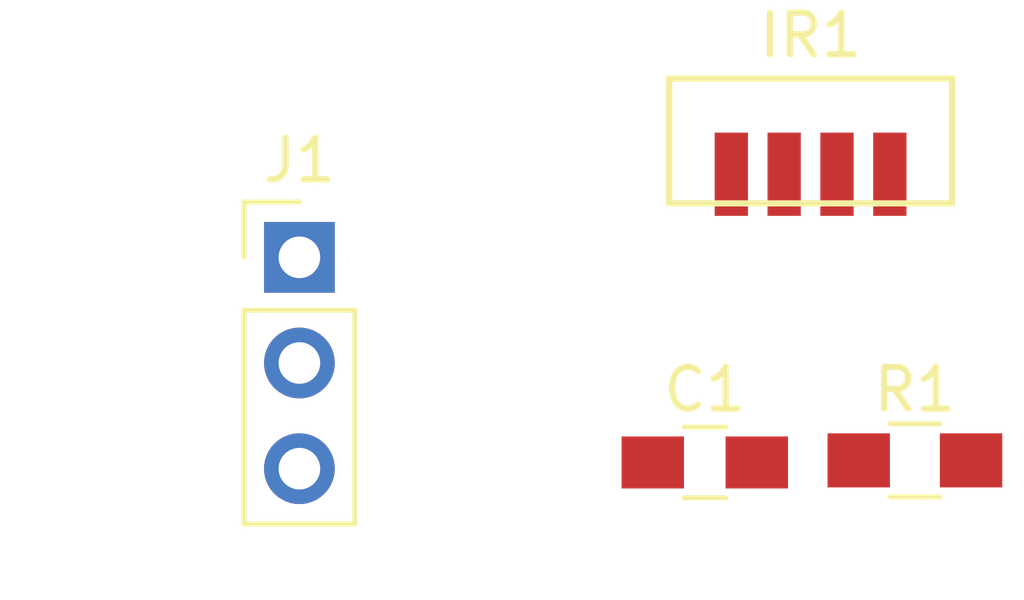
<source format=kicad_pcb>
(kicad_pcb (version 4) (host pcbnew 4.0.6)

  (general
    (links 7)
    (no_connects 7)
    (area 165.608 94.742 190.59562 106.532)
    (thickness 1.6)
    (drawings 0)
    (tracks 0)
    (zones 0)
    (modules 4)
    (nets 5)
  )

  (page A4)
  (layers
    (0 F.Cu signal)
    (31 B.Cu signal)
    (32 B.Adhes user)
    (33 F.Adhes user)
    (34 B.Paste user)
    (35 F.Paste user)
    (36 B.SilkS user)
    (37 F.SilkS user)
    (38 B.Mask user)
    (39 F.Mask user)
    (40 Dwgs.User user)
    (41 Cmts.User user)
    (42 Eco1.User user)
    (43 Eco2.User user)
    (44 Edge.Cuts user)
    (45 Margin user)
    (46 B.CrtYd user)
    (47 F.CrtYd user)
    (48 B.Fab user)
    (49 F.Fab user)
  )

  (setup
    (last_trace_width 0.25)
    (trace_clearance 0.2)
    (zone_clearance 0.508)
    (zone_45_only no)
    (trace_min 0.2)
    (segment_width 0.2)
    (edge_width 0.15)
    (via_size 0.6)
    (via_drill 0.4)
    (via_min_size 0.4)
    (via_min_drill 0.3)
    (uvia_size 0.51)
    (uvia_drill 0.13)
    (uvias_allowed no)
    (uvia_min_size 0.2)
    (uvia_min_drill 0.1)
    (pcb_text_width 0.3)
    (pcb_text_size 1.5 1.5)
    (mod_edge_width 0.15)
    (mod_text_size 1 1)
    (mod_text_width 0.15)
    (pad_size 1.524 1.524)
    (pad_drill 0.762)
    (pad_to_mask_clearance 0.2)
    (aux_axis_origin 0 0)
    (visible_elements FFFFFF7F)
    (pcbplotparams
      (layerselection 0x00030_80000001)
      (usegerberextensions false)
      (excludeedgelayer true)
      (linewidth 0.100000)
      (plotframeref false)
      (viasonmask false)
      (mode 1)
      (useauxorigin false)
      (hpglpennumber 1)
      (hpglpenspeed 20)
      (hpglpendiameter 15)
      (hpglpenoverlay 2)
      (psnegative false)
      (psa4output false)
      (plotreference true)
      (plotvalue true)
      (plotinvisibletext false)
      (padsonsilk false)
      (subtractmaskfromsilk false)
      (outputformat 1)
      (mirror false)
      (drillshape 1)
      (scaleselection 1)
      (outputdirectory ""))
  )

  (net 0 "")
  (net 1 "Net-(C1-Pad1)")
  (net 2 GND)
  (net 3 "Net-(IR1-Pad3)")
  (net 4 "Net-(J1-Pad1)")

  (net_class Default "This is the default net class."
    (clearance 0.2)
    (trace_width 0.25)
    (via_dia 0.6)
    (via_drill 0.4)
    (uvia_dia 0.51)
    (uvia_drill 0.13)
    (add_net "Net-(IR1-Pad3)")
    (add_net "Net-(J1-Pad1)")
  )

  (net_class Power ""
    (clearance 0.25)
    (trace_width 0.3)
    (via_dia 0.6)
    (via_drill 0.4)
    (uvia_dia 0.51)
    (uvia_drill 0.13)
    (add_net GND)
    (add_net "Net-(C1-Pad1)")
  )

  (module Capacitors_SMD:C_0805_HandSoldering (layer F.Cu) (tedit 58AA84A8) (tstamp 5927A8FD)
    (at 45.463001 42.017)
    (descr "Capacitor SMD 0805, hand soldering")
    (tags "capacitor 0805")
    (path /59279C91)
    (attr smd)
    (fp_text reference C1 (at 0 -1.75) (layer F.SilkS)
      (effects (font (size 1 1) (thickness 0.15)))
    )
    (fp_text value C (at 0 1.75) (layer F.Fab)
      (effects (font (size 1 1) (thickness 0.15)))
    )
    (fp_text user %R (at 0 -1.75) (layer F.Fab)
      (effects (font (size 1 1) (thickness 0.15)))
    )
    (fp_line (start -1 0.62) (end -1 -0.62) (layer F.Fab) (width 0.1))
    (fp_line (start 1 0.62) (end -1 0.62) (layer F.Fab) (width 0.1))
    (fp_line (start 1 -0.62) (end 1 0.62) (layer F.Fab) (width 0.1))
    (fp_line (start -1 -0.62) (end 1 -0.62) (layer F.Fab) (width 0.1))
    (fp_line (start 0.5 -0.85) (end -0.5 -0.85) (layer F.SilkS) (width 0.12))
    (fp_line (start -0.5 0.85) (end 0.5 0.85) (layer F.SilkS) (width 0.12))
    (fp_line (start -2.25 -0.88) (end 2.25 -0.88) (layer F.CrtYd) (width 0.05))
    (fp_line (start -2.25 -0.88) (end -2.25 0.87) (layer F.CrtYd) (width 0.05))
    (fp_line (start 2.25 0.87) (end 2.25 -0.88) (layer F.CrtYd) (width 0.05))
    (fp_line (start 2.25 0.87) (end -2.25 0.87) (layer F.CrtYd) (width 0.05))
    (pad 1 smd rect (at -1.25 0) (size 1.5 1.25) (layers F.Cu F.Paste F.Mask)
      (net 1 "Net-(C1-Pad1)"))
    (pad 2 smd rect (at 1.25 0) (size 1.5 1.25) (layers F.Cu F.Paste F.Mask)
      (net 2 GND))
    (model Capacitors_SMD.3dshapes/C_0805.wrl
      (at (xyz 0 0 0))
      (scale (xyz 1 1 1))
      (rotate (xyz 0 0 0))
    )
  )

  (module ifm-ic-digital:TSOP75x (layer F.Cu) (tedit 5927A50B) (tstamp 5927A909)
    (at 48.006 34.29)
    (path /59279B4C)
    (fp_text reference IR1 (at 0 -2.54) (layer F.SilkS)
      (effects (font (size 1 1) (thickness 0.15)))
    )
    (fp_text value TSOP75338TT (at 0 -1.27) (layer F.Fab)
      (effects (font (size 1 1) (thickness 0.15)))
    )
    (fp_line (start -3.4 -1.5) (end -3.4 1.5) (layer F.SilkS) (width 0.15))
    (fp_line (start -3.4 1.5) (end 3.4 1.5) (layer F.SilkS) (width 0.15))
    (fp_line (start 3.4 -1.5) (end 3.4 1.5) (layer F.SilkS) (width 0.15))
    (fp_line (start -3.4 -1.5) (end 3.4 -1.5) (layer F.SilkS) (width 0.15))
    (pad 1 smd rect (at -1.905 0.8) (size 0.8 2) (layers F.Cu F.Paste F.Mask)
      (net 2 GND))
    (pad 2 smd rect (at -0.635 0.8) (size 0.8 2) (layers F.Cu F.Paste F.Mask)
      (net 1 "Net-(C1-Pad1)"))
    (pad 3 smd rect (at 0.635 0.8) (size 0.8 2) (layers F.Cu F.Paste F.Mask)
      (net 3 "Net-(IR1-Pad3)"))
    (pad 4 smd rect (at 1.905 0.8) (size 0.8 2) (layers F.Cu F.Paste F.Mask)
      (net 2 GND))
  )

  (module Pin_Headers:Pin_Header_Straight_1x03_Pitch2.54mm (layer F.Cu) (tedit 58CD4EC1) (tstamp 5927A910)
    (at 35.719429 37.087)
    (descr "Through hole straight pin header, 1x03, 2.54mm pitch, single row")
    (tags "Through hole pin header THT 1x03 2.54mm single row")
    (path /59279E57)
    (fp_text reference J1 (at 0 -2.33) (layer F.SilkS)
      (effects (font (size 1 1) (thickness 0.15)))
    )
    (fp_text value CONN_01X03_MALE (at 0 7.41) (layer F.Fab)
      (effects (font (size 1 1) (thickness 0.15)))
    )
    (fp_line (start -1.27 -1.27) (end -1.27 6.35) (layer F.Fab) (width 0.1))
    (fp_line (start -1.27 6.35) (end 1.27 6.35) (layer F.Fab) (width 0.1))
    (fp_line (start 1.27 6.35) (end 1.27 -1.27) (layer F.Fab) (width 0.1))
    (fp_line (start 1.27 -1.27) (end -1.27 -1.27) (layer F.Fab) (width 0.1))
    (fp_line (start -1.33 1.27) (end -1.33 6.41) (layer F.SilkS) (width 0.12))
    (fp_line (start -1.33 6.41) (end 1.33 6.41) (layer F.SilkS) (width 0.12))
    (fp_line (start 1.33 6.41) (end 1.33 1.27) (layer F.SilkS) (width 0.12))
    (fp_line (start 1.33 1.27) (end -1.33 1.27) (layer F.SilkS) (width 0.12))
    (fp_line (start -1.33 0) (end -1.33 -1.33) (layer F.SilkS) (width 0.12))
    (fp_line (start -1.33 -1.33) (end 0 -1.33) (layer F.SilkS) (width 0.12))
    (fp_line (start -1.8 -1.8) (end -1.8 6.85) (layer F.CrtYd) (width 0.05))
    (fp_line (start -1.8 6.85) (end 1.8 6.85) (layer F.CrtYd) (width 0.05))
    (fp_line (start 1.8 6.85) (end 1.8 -1.8) (layer F.CrtYd) (width 0.05))
    (fp_line (start 1.8 -1.8) (end -1.8 -1.8) (layer F.CrtYd) (width 0.05))
    (fp_text user %R (at 0 -2.33) (layer F.Fab)
      (effects (font (size 1 1) (thickness 0.15)))
    )
    (pad 1 thru_hole rect (at 0 0) (size 1.7 1.7) (drill 1) (layers *.Cu *.Mask)
      (net 4 "Net-(J1-Pad1)"))
    (pad 2 thru_hole oval (at 0 2.54) (size 1.7 1.7) (drill 1) (layers *.Cu *.Mask)
      (net 3 "Net-(IR1-Pad3)"))
    (pad 3 thru_hole oval (at 0 5.08) (size 1.7 1.7) (drill 1) (layers *.Cu *.Mask)
      (net 2 GND))
    (model ${KISYS3DMOD}/Pin_Headers.3dshapes/Pin_Header_Straight_1x03_Pitch2.54mm.wrl
      (at (xyz 0 -0.1 0))
      (scale (xyz 1 1 1))
      (rotate (xyz 0 0 90))
    )
  )

  (module Resistors_SMD:R_0805_HandSoldering (layer F.Cu) (tedit 58E0A804) (tstamp 5927A916)
    (at 50.513001 41.967)
    (descr "Resistor SMD 0805, hand soldering")
    (tags "resistor 0805")
    (path /59279D4A)
    (attr smd)
    (fp_text reference R1 (at 0 -1.7) (layer F.SilkS)
      (effects (font (size 1 1) (thickness 0.15)))
    )
    (fp_text value R (at 0 1.75) (layer F.Fab)
      (effects (font (size 1 1) (thickness 0.15)))
    )
    (fp_text user %R (at 0 0) (layer F.Fab)
      (effects (font (size 0.5 0.5) (thickness 0.075)))
    )
    (fp_line (start -1 0.62) (end -1 -0.62) (layer F.Fab) (width 0.1))
    (fp_line (start 1 0.62) (end -1 0.62) (layer F.Fab) (width 0.1))
    (fp_line (start 1 -0.62) (end 1 0.62) (layer F.Fab) (width 0.1))
    (fp_line (start -1 -0.62) (end 1 -0.62) (layer F.Fab) (width 0.1))
    (fp_line (start 0.6 0.88) (end -0.6 0.88) (layer F.SilkS) (width 0.12))
    (fp_line (start -0.6 -0.88) (end 0.6 -0.88) (layer F.SilkS) (width 0.12))
    (fp_line (start -2.35 -0.9) (end 2.35 -0.9) (layer F.CrtYd) (width 0.05))
    (fp_line (start -2.35 -0.9) (end -2.35 0.9) (layer F.CrtYd) (width 0.05))
    (fp_line (start 2.35 0.9) (end 2.35 -0.9) (layer F.CrtYd) (width 0.05))
    (fp_line (start 2.35 0.9) (end -2.35 0.9) (layer F.CrtYd) (width 0.05))
    (pad 1 smd rect (at -1.35 0) (size 1.5 1.3) (layers F.Cu F.Paste F.Mask)
      (net 4 "Net-(J1-Pad1)"))
    (pad 2 smd rect (at 1.35 0) (size 1.5 1.3) (layers F.Cu F.Paste F.Mask)
      (net 1 "Net-(C1-Pad1)"))
    (model ${KISYS3DMOD}/Resistors_SMD.3dshapes/R_0805.wrl
      (at (xyz 0 0 0))
      (scale (xyz 1 1 1))
      (rotate (xyz 0 0 0))
    )
  )

)

</source>
